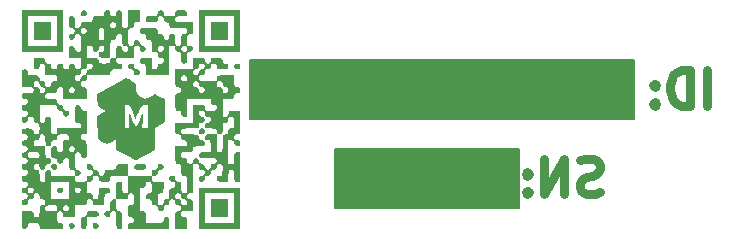
<source format=gbr>
G04 #@! TF.GenerationSoftware,KiCad,Pcbnew,6.0.7+dfsg-1~bpo11+1*
G04 #@! TF.ProjectId,wiscale,77697363-616c-4652-9e6b-696361645f70,1.0a*
G04 #@! TF.SameCoordinates,Original*
G04 #@! TF.FileFunction,Legend,Bot*
G04 #@! TF.FilePolarity,Positive*
%FSLAX46Y46*%
G04 Gerber Fmt 4.6, Leading zero omitted, Abs format (unit mm)*
%MOMM*%
%LPD*%
G01*
G04 APERTURE LIST*
%ADD10C,0.150000*%
%ADD11C,0.750000*%
%ADD12C,0.650000*%
%ADD13O,2.100000X1.000000*%
%ADD14O,1.600000X1.000000*%
%ADD15C,3.200000*%
%ADD16O,3.440000X6.880000*%
%ADD17C,1.500000*%
%ADD18C,2.000000*%
%ADD19R,2.000000X2.000000*%
%ADD20O,4.500000X1.600000*%
%ADD21O,5.000000X2.000000*%
%ADD22C,0.900000*%
%ADD23R,1.700000X1.700000*%
%ADD24O,1.700000X1.700000*%
%ADD25C,0.800000*%
%ADD26C,7.000000*%
%ADD27R,1.050000X1.500000*%
%ADD28O,1.050000X1.500000*%
G04 APERTURE END LIST*
D10*
X165312500Y-80000000D02*
X149687500Y-80000000D01*
X149687500Y-80000000D02*
X149687500Y-85000000D01*
X149687500Y-85000000D02*
X165312500Y-85000000D01*
X165312500Y-85000000D02*
X165312500Y-80000000D01*
G36*
X165312500Y-80000000D02*
G01*
X149687500Y-80000000D01*
X149687500Y-85000000D01*
X165312500Y-85000000D01*
X165312500Y-80000000D01*
G37*
X175000000Y-72500000D02*
X142500000Y-72500000D01*
X142500000Y-72500000D02*
X142500000Y-77500000D01*
X142500000Y-77500000D02*
X175000000Y-77500000D01*
X175000000Y-77500000D02*
X175000000Y-72500000D01*
G36*
X175000000Y-72500000D02*
G01*
X142500000Y-72500000D01*
X142500000Y-77500000D01*
X175000000Y-77500000D01*
X175000000Y-72500000D01*
G37*
D11*
X172142857Y-83714285D02*
X171714285Y-83857142D01*
X171000000Y-83857142D01*
X170714285Y-83714285D01*
X170571428Y-83571428D01*
X170428571Y-83285714D01*
X170428571Y-83000000D01*
X170571428Y-82714285D01*
X170714285Y-82571428D01*
X171000000Y-82428571D01*
X171571428Y-82285714D01*
X171857142Y-82142857D01*
X172000000Y-82000000D01*
X172142857Y-81714285D01*
X172142857Y-81428571D01*
X172000000Y-81142857D01*
X171857142Y-81000000D01*
X171571428Y-80857142D01*
X170857142Y-80857142D01*
X170428571Y-81000000D01*
X169142857Y-83857142D02*
X169142857Y-80857142D01*
X167428571Y-83857142D01*
X167428571Y-80857142D01*
X166000000Y-83571428D02*
X165857142Y-83714285D01*
X166000000Y-83857142D01*
X166142857Y-83714285D01*
X166000000Y-83571428D01*
X166000000Y-83857142D01*
X166000000Y-82000000D02*
X165857142Y-82142857D01*
X166000000Y-82285714D01*
X166142857Y-82142857D01*
X166000000Y-82000000D01*
X166000000Y-82285714D01*
X181214285Y-76357142D02*
X181214285Y-73357142D01*
X179785714Y-76357142D02*
X179785714Y-73357142D01*
X179071428Y-73357142D01*
X178642857Y-73500000D01*
X178357142Y-73785714D01*
X178214285Y-74071428D01*
X178071428Y-74642857D01*
X178071428Y-75071428D01*
X178214285Y-75642857D01*
X178357142Y-75928571D01*
X178642857Y-76214285D01*
X179071428Y-76357142D01*
X179785714Y-76357142D01*
X176785714Y-76071428D02*
X176642857Y-76214285D01*
X176785714Y-76357142D01*
X176928571Y-76214285D01*
X176785714Y-76071428D01*
X176785714Y-76357142D01*
X176785714Y-74500000D02*
X176642857Y-74642857D01*
X176785714Y-74785714D01*
X176928571Y-74642857D01*
X176785714Y-74500000D01*
X176785714Y-74785714D01*
G36*
X138200000Y-71800000D02*
G01*
X138200000Y-71300000D01*
X138700000Y-71300000D01*
X141200000Y-71300000D01*
X141200000Y-68800000D01*
X138700000Y-68800000D01*
X138700000Y-71300000D01*
X138200000Y-71300000D01*
X138200000Y-68300000D01*
X141700000Y-68300000D01*
X141700000Y-71800000D01*
X138200000Y-71800000D01*
G37*
G36*
X138496072Y-78301055D02*
G01*
X138658698Y-78359698D01*
X138700000Y-78550000D01*
X138698945Y-78596071D01*
X138640302Y-78758697D01*
X138450000Y-78800000D01*
X138403929Y-78798944D01*
X138241303Y-78740301D01*
X138200000Y-78550000D01*
X138201056Y-78503928D01*
X138259699Y-78341302D01*
X138450000Y-78300000D01*
X138496072Y-78301055D01*
G37*
G36*
X127496072Y-86301055D02*
G01*
X127658698Y-86359698D01*
X127700000Y-86550000D01*
X127698945Y-86596071D01*
X127640302Y-86758697D01*
X127450000Y-86800000D01*
X127403929Y-86798944D01*
X127241303Y-86740301D01*
X127200000Y-86550000D01*
X127201056Y-86503928D01*
X127259699Y-86341302D01*
X127450000Y-86300000D01*
X127496072Y-86301055D01*
G37*
G36*
X138237026Y-74229831D02*
G01*
X138344904Y-74278175D01*
X138568519Y-74296884D01*
X138950000Y-74300000D01*
X139213426Y-74299080D01*
X139489494Y-74287658D01*
X139634528Y-74251698D01*
X139690654Y-74177160D01*
X139700000Y-74050000D01*
X139702758Y-73962191D01*
X139737026Y-73870168D01*
X139844904Y-73821824D01*
X140068519Y-73803115D01*
X140450000Y-73800000D01*
X141200000Y-73800000D01*
X141200000Y-74300000D01*
X141202369Y-74500661D01*
X141227608Y-74701058D01*
X141301628Y-74783788D01*
X141450000Y-74800000D01*
X141496072Y-74801055D01*
X141658698Y-74859698D01*
X141700000Y-75050000D01*
X141698945Y-75096071D01*
X141640302Y-75258697D01*
X141450000Y-75300000D01*
X141403929Y-75301055D01*
X141241303Y-75359698D01*
X141200000Y-75550000D01*
X141195264Y-75650330D01*
X141144785Y-75750529D01*
X140996745Y-75791894D01*
X140700000Y-75800000D01*
X140200000Y-75800000D01*
X140200000Y-76550000D01*
X140200920Y-76813425D01*
X140212342Y-77089493D01*
X140248302Y-77234527D01*
X140322840Y-77290653D01*
X140450000Y-77300000D01*
X140496072Y-77298944D01*
X140658698Y-77240301D01*
X140700000Y-77050000D01*
X140704737Y-76949669D01*
X140755216Y-76849470D01*
X140903256Y-76808105D01*
X141200000Y-76800000D01*
X141700000Y-76800000D01*
X141700000Y-78800000D01*
X141450000Y-78800000D01*
X141403929Y-78801055D01*
X141241303Y-78859698D01*
X141200000Y-79050000D01*
X141201056Y-79096071D01*
X141259699Y-79258697D01*
X141450000Y-79300000D01*
X141496072Y-79301055D01*
X141658698Y-79359698D01*
X141700000Y-79550000D01*
X141698945Y-79596071D01*
X141640302Y-79758697D01*
X141450000Y-79800000D01*
X141403929Y-79798944D01*
X141241303Y-79740301D01*
X141200000Y-79550000D01*
X141198945Y-79503928D01*
X141140302Y-79341302D01*
X140950000Y-79300000D01*
X140700000Y-79300000D01*
X140700000Y-81300000D01*
X140950000Y-81300000D01*
X141050331Y-81295263D01*
X141150530Y-81244784D01*
X141191895Y-81096744D01*
X141200000Y-80800000D01*
X141202369Y-80599338D01*
X141227608Y-80398941D01*
X141301628Y-80316211D01*
X141450000Y-80300000D01*
X141700000Y-80300000D01*
X141700000Y-82800000D01*
X141450000Y-82800000D01*
X141349670Y-82795263D01*
X141249471Y-82744784D01*
X141208106Y-82596744D01*
X141200000Y-82300000D01*
X141197632Y-82099338D01*
X141172393Y-81898941D01*
X141098373Y-81816211D01*
X140950000Y-81800000D01*
X140849670Y-81804736D01*
X140749471Y-81855215D01*
X140708106Y-82003255D01*
X140700000Y-82300000D01*
X140700000Y-82800000D01*
X140200000Y-82800000D01*
X139999339Y-82797631D01*
X139798942Y-82772392D01*
X139716212Y-82698372D01*
X139700000Y-82550000D01*
X139701056Y-82503928D01*
X139759699Y-82341302D01*
X139950000Y-82300000D01*
X140050331Y-82295263D01*
X140150530Y-82244784D01*
X140191895Y-82096744D01*
X140200000Y-81800000D01*
X140197632Y-81599338D01*
X140172393Y-81398941D01*
X140098373Y-81316211D01*
X139950000Y-81300000D01*
X139903929Y-81301055D01*
X139741303Y-81359698D01*
X139700000Y-81550000D01*
X139698945Y-81596071D01*
X139640302Y-81758697D01*
X139450000Y-81800000D01*
X139403929Y-81801055D01*
X139241303Y-81859698D01*
X139200000Y-82050000D01*
X139198945Y-82096071D01*
X139140302Y-82258697D01*
X138950000Y-82300000D01*
X138903929Y-82301055D01*
X138741303Y-82359698D01*
X138700000Y-82550000D01*
X138698945Y-82596071D01*
X138640302Y-82758697D01*
X138450000Y-82800000D01*
X138403929Y-82798944D01*
X138241303Y-82740301D01*
X138200000Y-82550000D01*
X138201056Y-82503928D01*
X138259699Y-82341302D01*
X138450000Y-82300000D01*
X138496072Y-82298944D01*
X138658698Y-82240301D01*
X138700000Y-82050000D01*
X138698945Y-82003928D01*
X138640302Y-81841302D01*
X138450000Y-81800000D01*
X138403929Y-81798944D01*
X138241303Y-81740301D01*
X138200000Y-81550000D01*
X138198945Y-81503928D01*
X138140302Y-81341302D01*
X137950000Y-81300000D01*
X137700000Y-81300000D01*
X137700000Y-83800000D01*
X137450000Y-83800000D01*
X137403929Y-83801055D01*
X137241303Y-83859698D01*
X137200000Y-84050000D01*
X137201056Y-84096071D01*
X137259699Y-84258697D01*
X137450000Y-84300000D01*
X137550331Y-84304736D01*
X137650530Y-84355215D01*
X137691895Y-84503255D01*
X137693172Y-84550000D01*
X137700000Y-84800000D01*
X137700000Y-85300000D01*
X137200000Y-85300000D01*
X136999339Y-85302368D01*
X136798942Y-85327607D01*
X136716212Y-85401627D01*
X136700000Y-85550000D01*
X136701056Y-85596071D01*
X136759699Y-85758697D01*
X136950000Y-85800000D01*
X137050331Y-85804736D01*
X137150530Y-85855215D01*
X137191895Y-86003255D01*
X137200000Y-86300000D01*
X137200000Y-86800000D01*
X136200000Y-86800000D01*
X136200000Y-86050000D01*
X136200920Y-85786574D01*
X136212342Y-85510506D01*
X136248302Y-85365472D01*
X136322840Y-85309346D01*
X136450000Y-85300000D01*
X136496072Y-85298944D01*
X136658698Y-85240301D01*
X136700000Y-85050000D01*
X136698945Y-85003928D01*
X136640302Y-84841302D01*
X136450000Y-84800000D01*
X136403929Y-84798944D01*
X136241303Y-84740301D01*
X136200000Y-84550000D01*
X136198945Y-84503928D01*
X136140302Y-84341302D01*
X135950000Y-84300000D01*
X135903929Y-84301055D01*
X135741303Y-84359698D01*
X135700000Y-84550000D01*
X135698945Y-84596071D01*
X135640302Y-84758697D01*
X135450000Y-84800000D01*
X135403929Y-84801055D01*
X135241303Y-84859698D01*
X135200000Y-85050000D01*
X135198945Y-85096071D01*
X135140302Y-85258697D01*
X134950000Y-85300000D01*
X134903929Y-85298944D01*
X134741303Y-85240301D01*
X134700000Y-85050000D01*
X134698945Y-85003928D01*
X134640302Y-84841302D01*
X134450000Y-84800000D01*
X134403929Y-84798944D01*
X134241303Y-84740301D01*
X134200000Y-84550000D01*
X134198945Y-84503928D01*
X134140302Y-84341302D01*
X133950000Y-84300000D01*
X133903929Y-84298944D01*
X133741303Y-84240301D01*
X133700000Y-84050000D01*
X133701056Y-84003928D01*
X133759699Y-83841302D01*
X133950000Y-83800000D01*
X134050331Y-83795263D01*
X134150530Y-83744784D01*
X134191895Y-83596744D01*
X134200000Y-83300000D01*
X134197632Y-83099338D01*
X134172393Y-82898941D01*
X134098373Y-82816211D01*
X133950000Y-82800000D01*
X133903929Y-82801055D01*
X133741303Y-82859698D01*
X133700000Y-83050000D01*
X133698945Y-83096071D01*
X133640302Y-83258697D01*
X133450000Y-83300000D01*
X133200000Y-83300000D01*
X133200000Y-85300000D01*
X133450000Y-85300000D01*
X133550331Y-85304736D01*
X133650530Y-85355215D01*
X133691895Y-85503255D01*
X133700000Y-85800000D01*
X133700000Y-86300000D01*
X134450000Y-86300000D01*
X134713426Y-86299080D01*
X134989494Y-86287658D01*
X135134528Y-86251698D01*
X135190654Y-86177160D01*
X135200000Y-86050000D01*
X135201056Y-86003928D01*
X135259699Y-85841302D01*
X135450000Y-85800000D01*
X135550331Y-85804736D01*
X135650530Y-85855215D01*
X135691895Y-86003255D01*
X135700000Y-86300000D01*
X135700000Y-86800000D01*
X132200000Y-86800000D01*
X132200000Y-86550000D01*
X132201056Y-86503928D01*
X132259699Y-86341302D01*
X132450000Y-86300000D01*
X132496072Y-86298944D01*
X132658698Y-86240301D01*
X132700000Y-86050000D01*
X132698945Y-86003928D01*
X132640302Y-85841302D01*
X132450000Y-85800000D01*
X132349670Y-85795263D01*
X132249471Y-85744784D01*
X132208106Y-85596744D01*
X132200000Y-85300000D01*
X132202369Y-85099338D01*
X132227608Y-84898941D01*
X132301628Y-84816211D01*
X132450000Y-84800000D01*
X132550331Y-84795263D01*
X132650530Y-84744784D01*
X132691895Y-84596744D01*
X132700000Y-84300000D01*
X132697632Y-84099338D01*
X132672393Y-83898941D01*
X132598373Y-83816211D01*
X132450000Y-83800000D01*
X132403929Y-83801055D01*
X132241303Y-83859698D01*
X132200000Y-84050000D01*
X132195264Y-84150330D01*
X132144785Y-84250529D01*
X131996745Y-84291894D01*
X131700000Y-84300000D01*
X131200000Y-84300000D01*
X131200000Y-84800000D01*
X131202369Y-85000661D01*
X131227608Y-85201058D01*
X131301628Y-85283788D01*
X131450000Y-85300000D01*
X131537809Y-85302757D01*
X131629832Y-85337025D01*
X131678176Y-85444903D01*
X131696885Y-85668518D01*
X131700000Y-86050000D01*
X131699081Y-86313425D01*
X131687659Y-86589493D01*
X131651699Y-86734527D01*
X131577161Y-86790653D01*
X131450000Y-86800000D01*
X131362192Y-86797242D01*
X131270169Y-86762974D01*
X131221825Y-86655096D01*
X131203116Y-86431481D01*
X131200000Y-86050000D01*
X131199081Y-85786574D01*
X131187659Y-85510506D01*
X131151699Y-85365472D01*
X131077161Y-85309346D01*
X130950000Y-85300000D01*
X130903929Y-85301055D01*
X130741303Y-85359698D01*
X130700000Y-85550000D01*
X130698945Y-85596071D01*
X130640302Y-85758697D01*
X130450000Y-85800000D01*
X130403929Y-85798944D01*
X130241303Y-85740301D01*
X130200000Y-85550000D01*
X130201056Y-85503928D01*
X130259699Y-85341302D01*
X130450000Y-85300000D01*
X130550331Y-85295263D01*
X130650530Y-85244784D01*
X130691895Y-85096744D01*
X130700000Y-84800000D01*
X130702369Y-84599338D01*
X130727608Y-84398941D01*
X130801628Y-84316211D01*
X130950000Y-84300000D01*
X131037809Y-84297242D01*
X131129832Y-84262974D01*
X131178176Y-84155096D01*
X131196885Y-83931481D01*
X131200000Y-83550000D01*
X131200920Y-83286574D01*
X131212342Y-83010506D01*
X131248302Y-82865472D01*
X131322840Y-82809346D01*
X131450000Y-82800000D01*
X131550331Y-82804736D01*
X131650530Y-82855215D01*
X131691895Y-83003255D01*
X131700000Y-83300000D01*
X131702369Y-83500661D01*
X131727608Y-83701058D01*
X131801628Y-83783788D01*
X131950000Y-83800000D01*
X132037809Y-83797242D01*
X132129832Y-83762974D01*
X132178176Y-83655096D01*
X132196885Y-83431481D01*
X132200000Y-83050000D01*
X132200000Y-82300000D01*
X134200000Y-82300000D01*
X134200000Y-82050000D01*
X134201056Y-82003928D01*
X134259699Y-81841302D01*
X134450000Y-81800000D01*
X134496072Y-81798944D01*
X134658698Y-81740301D01*
X134700000Y-81550000D01*
X134701056Y-81503928D01*
X134759699Y-81341302D01*
X134950000Y-81300000D01*
X134996072Y-81301055D01*
X135158698Y-81359698D01*
X135200000Y-81550000D01*
X135198945Y-81596071D01*
X135140302Y-81758697D01*
X134950000Y-81800000D01*
X134903929Y-81801055D01*
X134741303Y-81859698D01*
X134700000Y-82050000D01*
X134698945Y-82096071D01*
X134640302Y-82258697D01*
X134450000Y-82300000D01*
X134403929Y-82301055D01*
X134241303Y-82359698D01*
X134200000Y-82550000D01*
X134204737Y-82650330D01*
X134255216Y-82750529D01*
X134403256Y-82791894D01*
X134700000Y-82800000D01*
X135200000Y-82800000D01*
X135200000Y-83300000D01*
X135197632Y-83500661D01*
X135172393Y-83701058D01*
X135098373Y-83783788D01*
X134950000Y-83800000D01*
X134849670Y-83804736D01*
X134749471Y-83855215D01*
X134708106Y-84003255D01*
X134700000Y-84300000D01*
X134702369Y-84500661D01*
X134727608Y-84701058D01*
X134801628Y-84783788D01*
X134950000Y-84800000D01*
X134996072Y-84798944D01*
X135158698Y-84740301D01*
X135200000Y-84550000D01*
X135201056Y-84503928D01*
X135259699Y-84341302D01*
X135450000Y-84300000D01*
X135550331Y-84295263D01*
X135650530Y-84244784D01*
X135691895Y-84096744D01*
X135693172Y-84050000D01*
X136200000Y-84050000D01*
X136201056Y-84096071D01*
X136259699Y-84258697D01*
X136450000Y-84300000D01*
X136496072Y-84301055D01*
X136658698Y-84359698D01*
X136700000Y-84550000D01*
X136701056Y-84596071D01*
X136759699Y-84758697D01*
X136950000Y-84800000D01*
X136996072Y-84798944D01*
X137158698Y-84740301D01*
X137200000Y-84550000D01*
X137198945Y-84503928D01*
X137140302Y-84341302D01*
X136950000Y-84300000D01*
X136903929Y-84298944D01*
X136741303Y-84240301D01*
X136700000Y-84050000D01*
X136698945Y-84003928D01*
X136640302Y-83841302D01*
X136450000Y-83800000D01*
X136403929Y-83801055D01*
X136241303Y-83859698D01*
X136200000Y-84050000D01*
X135693172Y-84050000D01*
X135700000Y-83800000D01*
X135702369Y-83599338D01*
X135727608Y-83398941D01*
X135801628Y-83316211D01*
X135950000Y-83300000D01*
X135996072Y-83298944D01*
X136158698Y-83240301D01*
X136200000Y-83050000D01*
X136198945Y-83003928D01*
X136140302Y-82841302D01*
X135950000Y-82800000D01*
X135903929Y-82798944D01*
X135741303Y-82740301D01*
X135700000Y-82550000D01*
X135701056Y-82503928D01*
X135759699Y-82341302D01*
X135950000Y-82300000D01*
X135996072Y-82301055D01*
X136158698Y-82359698D01*
X136200000Y-82550000D01*
X136201056Y-82596071D01*
X136259699Y-82758697D01*
X136450000Y-82800000D01*
X136550331Y-82804736D01*
X136650530Y-82855215D01*
X136691895Y-83003255D01*
X136700000Y-83300000D01*
X136702369Y-83500661D01*
X136727608Y-83701058D01*
X136801628Y-83783788D01*
X136950000Y-83800000D01*
X137037809Y-83797242D01*
X137129832Y-83762974D01*
X137178176Y-83655096D01*
X137196885Y-83431481D01*
X137200000Y-83050000D01*
X137199081Y-82786574D01*
X137187659Y-82510506D01*
X137151699Y-82365472D01*
X137077161Y-82309346D01*
X136950000Y-82300000D01*
X136849670Y-82295263D01*
X136749471Y-82244784D01*
X136708106Y-82096744D01*
X136700000Y-81800000D01*
X136697632Y-81599338D01*
X136672393Y-81398941D01*
X136598373Y-81316211D01*
X136450000Y-81300000D01*
X136362192Y-81297242D01*
X136270169Y-81262974D01*
X136221825Y-81155096D01*
X136203116Y-80931481D01*
X136200000Y-80550000D01*
X136700000Y-80550000D01*
X136701056Y-80596071D01*
X136759699Y-80758697D01*
X136950000Y-80800000D01*
X136996072Y-80801055D01*
X137158698Y-80859698D01*
X137200000Y-81050000D01*
X137201056Y-81096071D01*
X137259699Y-81258697D01*
X137450000Y-81300000D01*
X137496072Y-81298944D01*
X137658698Y-81240301D01*
X137700000Y-81050000D01*
X137701056Y-81003928D01*
X137759699Y-80841302D01*
X137950000Y-80800000D01*
X137996072Y-80801055D01*
X138158698Y-80859698D01*
X138200000Y-81050000D01*
X138201056Y-81096071D01*
X138259699Y-81258697D01*
X138450000Y-81300000D01*
X138496072Y-81301055D01*
X138658698Y-81359698D01*
X138700000Y-81550000D01*
X138701056Y-81596071D01*
X138759699Y-81758697D01*
X138950000Y-81800000D01*
X138996072Y-81798944D01*
X139158698Y-81740301D01*
X139200000Y-81550000D01*
X139201056Y-81503928D01*
X139259699Y-81341302D01*
X139450000Y-81300000D01*
X139496072Y-81298944D01*
X139658698Y-81240301D01*
X139700000Y-81050000D01*
X139697243Y-80962191D01*
X139662975Y-80870168D01*
X139555097Y-80821824D01*
X139331482Y-80803115D01*
X138950000Y-80800000D01*
X138686575Y-80799080D01*
X138410507Y-80787658D01*
X138265473Y-80751698D01*
X138209347Y-80677160D01*
X138200000Y-80550000D01*
X138204737Y-80449669D01*
X138255216Y-80349470D01*
X138403256Y-80308105D01*
X138700000Y-80300000D01*
X139200000Y-80300000D01*
X139200000Y-79800000D01*
X139197632Y-79599338D01*
X139172393Y-79398941D01*
X139098373Y-79316211D01*
X138950000Y-79300000D01*
X138903929Y-79298944D01*
X138741303Y-79240301D01*
X138700000Y-79050000D01*
X138704737Y-78949669D01*
X138755216Y-78849470D01*
X138903256Y-78808105D01*
X139200000Y-78800000D01*
X139700000Y-78800000D01*
X139700000Y-79550000D01*
X139700920Y-79813425D01*
X139712342Y-80089493D01*
X139748302Y-80234527D01*
X139822840Y-80290653D01*
X139950000Y-80300000D01*
X140037809Y-80297242D01*
X140129832Y-80262974D01*
X140178176Y-80155096D01*
X140196885Y-79931481D01*
X140200000Y-79550000D01*
X140200920Y-79286574D01*
X140212342Y-79010506D01*
X140248302Y-78865472D01*
X140322840Y-78809346D01*
X140450000Y-78800000D01*
X140496072Y-78798944D01*
X140658698Y-78740301D01*
X140700000Y-78550000D01*
X140701056Y-78503928D01*
X140759699Y-78341302D01*
X140950000Y-78300000D01*
X141050331Y-78295263D01*
X141150530Y-78244784D01*
X141191895Y-78096744D01*
X141200000Y-77800000D01*
X141197632Y-77599338D01*
X141172393Y-77398941D01*
X141098373Y-77316211D01*
X140950000Y-77300000D01*
X140903929Y-77301055D01*
X140741303Y-77359698D01*
X140700000Y-77550000D01*
X140698945Y-77596071D01*
X140640302Y-77758697D01*
X140450000Y-77800000D01*
X140349670Y-77804736D01*
X140249471Y-77855215D01*
X140208106Y-78003255D01*
X140200000Y-78300000D01*
X140197632Y-78500661D01*
X140172393Y-78701058D01*
X140098373Y-78783788D01*
X139950000Y-78800000D01*
X139903929Y-78798944D01*
X139741303Y-78740301D01*
X139700000Y-78550000D01*
X139695264Y-78449669D01*
X139644785Y-78349470D01*
X139496745Y-78308105D01*
X139200000Y-78300000D01*
X138999339Y-78297631D01*
X138798942Y-78272392D01*
X138716212Y-78198372D01*
X138700000Y-78050000D01*
X138701056Y-78003928D01*
X138759699Y-77841302D01*
X138950000Y-77800000D01*
X138996072Y-77798944D01*
X139158698Y-77740301D01*
X139200000Y-77550000D01*
X139198945Y-77503928D01*
X139140302Y-77341302D01*
X138950000Y-77300000D01*
X138903929Y-77298944D01*
X138741303Y-77240301D01*
X138700000Y-77050000D01*
X138698945Y-77003928D01*
X138640302Y-76841302D01*
X138450000Y-76800000D01*
X138403929Y-76801055D01*
X138241303Y-76859698D01*
X138200000Y-77050000D01*
X138201056Y-77096071D01*
X138259699Y-77258697D01*
X138450000Y-77300000D01*
X138496072Y-77301055D01*
X138658698Y-77359698D01*
X138700000Y-77550000D01*
X138698945Y-77596071D01*
X138640302Y-77758697D01*
X138450000Y-77800000D01*
X138403929Y-77801055D01*
X138241303Y-77859698D01*
X138200000Y-78050000D01*
X138197243Y-78137808D01*
X138162975Y-78229831D01*
X138055097Y-78278175D01*
X137831482Y-78296884D01*
X137450000Y-78300000D01*
X137186575Y-78300919D01*
X136910507Y-78312341D01*
X136765473Y-78348301D01*
X136709347Y-78422839D01*
X136700000Y-78550000D01*
X136702758Y-78637808D01*
X136737026Y-78729831D01*
X136844904Y-78778175D01*
X137068519Y-78796884D01*
X137450000Y-78800000D01*
X137713426Y-78800919D01*
X137989494Y-78812341D01*
X138134528Y-78848301D01*
X138190654Y-78922839D01*
X138200000Y-79050000D01*
X138201056Y-79096071D01*
X138259699Y-79258697D01*
X138450000Y-79300000D01*
X138496072Y-79301055D01*
X138658698Y-79359698D01*
X138700000Y-79550000D01*
X138695264Y-79650330D01*
X138644785Y-79750529D01*
X138496745Y-79791894D01*
X138200000Y-79800000D01*
X137999339Y-79802368D01*
X137798942Y-79827607D01*
X137716212Y-79901627D01*
X137700000Y-80050000D01*
X137695264Y-80150330D01*
X137644785Y-80250529D01*
X137496745Y-80291894D01*
X137200000Y-80300000D01*
X136999339Y-80302368D01*
X136798942Y-80327607D01*
X136716212Y-80401627D01*
X136700000Y-80550000D01*
X136200000Y-80550000D01*
X136200000Y-79800000D01*
X136700000Y-79800000D01*
X136900662Y-79797631D01*
X137101059Y-79772392D01*
X137183789Y-79698372D01*
X137200000Y-79550000D01*
X137198945Y-79503928D01*
X137140302Y-79341302D01*
X136950000Y-79300000D01*
X136903929Y-79298944D01*
X136741303Y-79240301D01*
X136700000Y-79050000D01*
X136698945Y-79003928D01*
X136640302Y-78841302D01*
X136450000Y-78800000D01*
X136349670Y-78795263D01*
X136249471Y-78744784D01*
X136208106Y-78596744D01*
X136200000Y-78300000D01*
X136200000Y-77800000D01*
X137700000Y-77800000D01*
X137700000Y-76300000D01*
X138200000Y-76300000D01*
X138400662Y-76302368D01*
X138601059Y-76327607D01*
X138683789Y-76401627D01*
X138700000Y-76550000D01*
X138704737Y-76650330D01*
X138755216Y-76750529D01*
X138903256Y-76791894D01*
X139200000Y-76800000D01*
X139400662Y-76797631D01*
X139601059Y-76772392D01*
X139683789Y-76698372D01*
X139700000Y-76550000D01*
X139698945Y-76503928D01*
X139640302Y-76341302D01*
X139450000Y-76300000D01*
X139403929Y-76298944D01*
X139241303Y-76240301D01*
X139200000Y-76050000D01*
X139200000Y-75800000D01*
X137200000Y-75800000D01*
X137200000Y-76550000D01*
X137199081Y-76813425D01*
X137187659Y-77089493D01*
X137151699Y-77234527D01*
X137077161Y-77290653D01*
X136950000Y-77300000D01*
X136903929Y-77298944D01*
X136741303Y-77240301D01*
X136700000Y-77050000D01*
X136698945Y-77003928D01*
X136640302Y-76841302D01*
X136450000Y-76800000D01*
X136362192Y-76797242D01*
X136270169Y-76762974D01*
X136221825Y-76655096D01*
X136203116Y-76431481D01*
X136200000Y-76050000D01*
X136200920Y-75786574D01*
X136212342Y-75510506D01*
X136248302Y-75365472D01*
X136322840Y-75309346D01*
X136450000Y-75300000D01*
X136496072Y-75298944D01*
X136658698Y-75240301D01*
X136700000Y-75050000D01*
X136698945Y-75003928D01*
X136640302Y-74841302D01*
X136450000Y-74800000D01*
X136362192Y-74797242D01*
X136270169Y-74762974D01*
X136221825Y-74655096D01*
X136213032Y-74550000D01*
X137700000Y-74550000D01*
X137701056Y-74596071D01*
X137759699Y-74758697D01*
X137950000Y-74800000D01*
X137996072Y-74801055D01*
X138158698Y-74859698D01*
X138200000Y-75050000D01*
X138201056Y-75096071D01*
X138259699Y-75258697D01*
X138450000Y-75300000D01*
X138496072Y-75298944D01*
X138658698Y-75240301D01*
X138700000Y-75050000D01*
X138698945Y-75003928D01*
X138640302Y-74841302D01*
X138450000Y-74800000D01*
X138403929Y-74798944D01*
X138241303Y-74740301D01*
X138200000Y-74550000D01*
X139700000Y-74550000D01*
X139701056Y-74596071D01*
X139759699Y-74758697D01*
X139950000Y-74800000D01*
X139996072Y-74801055D01*
X140158698Y-74859698D01*
X140200000Y-75050000D01*
X140201056Y-75096071D01*
X140259699Y-75258697D01*
X140450000Y-75300000D01*
X140496072Y-75298944D01*
X140658698Y-75240301D01*
X140700000Y-75050000D01*
X140698945Y-75003928D01*
X140640302Y-74841302D01*
X140450000Y-74800000D01*
X140403929Y-74798944D01*
X140241303Y-74740301D01*
X140200000Y-74550000D01*
X140198945Y-74503928D01*
X140140302Y-74341302D01*
X139950000Y-74300000D01*
X139903929Y-74301055D01*
X139741303Y-74359698D01*
X139700000Y-74550000D01*
X138200000Y-74550000D01*
X138198945Y-74503928D01*
X138140302Y-74341302D01*
X137950000Y-74300000D01*
X137903929Y-74301055D01*
X137741303Y-74359698D01*
X137700000Y-74550000D01*
X136213032Y-74550000D01*
X136203116Y-74431481D01*
X136200000Y-74050000D01*
X136700000Y-74050000D01*
X136701056Y-74096071D01*
X136759699Y-74258697D01*
X136950000Y-74300000D01*
X136996072Y-74298944D01*
X137158698Y-74240301D01*
X137200000Y-74050000D01*
X137198945Y-74003928D01*
X137140302Y-73841302D01*
X136950000Y-73800000D01*
X136903929Y-73801055D01*
X136741303Y-73859698D01*
X136700000Y-74050000D01*
X136200000Y-74050000D01*
X136200000Y-73550000D01*
X137700000Y-73550000D01*
X137701056Y-73596071D01*
X137759699Y-73758697D01*
X137950000Y-73800000D01*
X137996072Y-73798944D01*
X138158698Y-73740301D01*
X138200000Y-73550000D01*
X138201056Y-73503928D01*
X138259699Y-73341302D01*
X138450000Y-73300000D01*
X138496072Y-73298944D01*
X138658698Y-73240301D01*
X138700000Y-73050000D01*
X138698945Y-73003928D01*
X138640302Y-72841302D01*
X138450000Y-72800000D01*
X138403929Y-72801055D01*
X138241303Y-72859698D01*
X138200000Y-73050000D01*
X138198945Y-73096071D01*
X138140302Y-73258697D01*
X137950000Y-73300000D01*
X137903929Y-73301055D01*
X137741303Y-73359698D01*
X137700000Y-73550000D01*
X136200000Y-73550000D01*
X136200000Y-73300000D01*
X137700000Y-73300000D01*
X137700000Y-72300000D01*
X138200000Y-72300000D01*
X138400662Y-72302368D01*
X138601059Y-72327607D01*
X138683789Y-72401627D01*
X138700000Y-72550000D01*
X138701056Y-72596071D01*
X138759699Y-72758697D01*
X138950000Y-72800000D01*
X138996072Y-72798944D01*
X139158698Y-72740301D01*
X139200000Y-72550000D01*
X139204737Y-72449669D01*
X139255216Y-72349470D01*
X139403256Y-72308105D01*
X139700000Y-72300000D01*
X139900662Y-72302368D01*
X140101059Y-72327607D01*
X140183789Y-72401627D01*
X140200000Y-72550000D01*
X140201056Y-72596071D01*
X140259699Y-72758697D01*
X140450000Y-72800000D01*
X140496072Y-72801055D01*
X140658698Y-72859698D01*
X140700000Y-73050000D01*
X140695264Y-73150330D01*
X140644785Y-73250529D01*
X140496745Y-73291894D01*
X140200000Y-73300000D01*
X139999339Y-73297631D01*
X139798942Y-73272392D01*
X139716212Y-73198372D01*
X139700000Y-73050000D01*
X139698945Y-73003928D01*
X139640302Y-72841302D01*
X139450000Y-72800000D01*
X139403929Y-72801055D01*
X139241303Y-72859698D01*
X139200000Y-73050000D01*
X139198945Y-73096071D01*
X139140302Y-73258697D01*
X138950000Y-73300000D01*
X138903929Y-73301055D01*
X138741303Y-73359698D01*
X138700000Y-73550000D01*
X138698945Y-73596071D01*
X138640302Y-73758697D01*
X138450000Y-73800000D01*
X138403929Y-73801055D01*
X138241303Y-73859698D01*
X138200000Y-74050000D01*
X138202758Y-74137808D01*
X138237026Y-74229831D01*
G37*
G36*
X141496072Y-72801055D02*
G01*
X141658698Y-72859698D01*
X141700000Y-73050000D01*
X141698945Y-73096071D01*
X141640302Y-73258697D01*
X141450000Y-73300000D01*
X141403929Y-73298944D01*
X141241303Y-73240301D01*
X141200000Y-73050000D01*
X141201056Y-73003928D01*
X141259699Y-72841302D01*
X141450000Y-72800000D01*
X141496072Y-72801055D01*
G37*
G36*
X128496072Y-68301055D02*
G01*
X128658698Y-68359698D01*
X128700000Y-68550000D01*
X128698945Y-68596071D01*
X128640302Y-68758697D01*
X128450000Y-68800000D01*
X128403929Y-68798944D01*
X128241303Y-68740301D01*
X128200000Y-68550000D01*
X128201056Y-68503928D01*
X128259699Y-68341302D01*
X128450000Y-68300000D01*
X128496072Y-68301055D01*
G37*
G36*
X140700000Y-70800000D02*
G01*
X139200000Y-70800000D01*
X139200000Y-69300000D01*
X140700000Y-69300000D01*
X140700000Y-70800000D01*
G37*
G36*
X138200000Y-86800000D02*
G01*
X138200000Y-86300000D01*
X138700000Y-86300000D01*
X141200000Y-86300000D01*
X141200000Y-83800000D01*
X138700000Y-83800000D01*
X138700000Y-86300000D01*
X138200000Y-86300000D01*
X138200000Y-83300000D01*
X141700000Y-83300000D01*
X141700000Y-86800000D01*
X138200000Y-86800000D01*
G37*
G36*
X125700000Y-70800000D02*
G01*
X124200000Y-70800000D01*
X124200000Y-69300000D01*
X125700000Y-69300000D01*
X125700000Y-70800000D01*
G37*
G36*
X133725000Y-80536186D02*
G01*
X133560506Y-80631643D01*
X133231566Y-80816428D01*
X132986962Y-80945414D01*
X132870341Y-80995161D01*
X132831809Y-80984395D01*
X132646381Y-80897619D01*
X132353178Y-80742443D01*
X131995341Y-80541247D01*
X131200000Y-80082495D01*
X131200000Y-79194028D01*
X130806599Y-79420440D01*
X130413198Y-79646853D01*
X130031599Y-79429026D01*
X129650000Y-79211198D01*
X129595512Y-77293357D01*
X131900000Y-77293357D01*
X131900058Y-77398745D01*
X131903902Y-77819753D01*
X131919170Y-78084173D01*
X131953364Y-78228216D01*
X132013985Y-78288088D01*
X132108533Y-78300000D01*
X132121125Y-78299925D01*
X132227299Y-78280314D01*
X132281753Y-78195164D01*
X132296495Y-77999861D01*
X132283533Y-77649790D01*
X132274424Y-77328841D01*
X132282570Y-77090708D01*
X132306738Y-76999790D01*
X132349333Y-77056263D01*
X132435966Y-77258123D01*
X132538735Y-77555984D01*
X132611825Y-77762582D01*
X132754638Y-78017243D01*
X132897834Y-78072005D01*
X133042925Y-77926927D01*
X133191427Y-77582071D01*
X133294116Y-77299914D01*
X133397174Y-77088463D01*
X133458009Y-77072294D01*
X133475422Y-77251206D01*
X133448214Y-77625000D01*
X133376701Y-78300000D01*
X133900000Y-78300000D01*
X133900000Y-76300000D01*
X133612193Y-76300000D01*
X133459106Y-76315071D01*
X133338715Y-76392009D01*
X133230775Y-76573773D01*
X133098783Y-76903256D01*
X132983026Y-77194995D01*
X132886642Y-77403447D01*
X132835947Y-77469279D01*
X132803123Y-77402985D01*
X132721025Y-77190955D01*
X132615451Y-76891023D01*
X132570548Y-76762660D01*
X132454583Y-76499781D01*
X132332303Y-76367658D01*
X132166094Y-76318357D01*
X131900000Y-76286715D01*
X131900000Y-77293357D01*
X129595512Y-77293357D01*
X129593096Y-77208320D01*
X129959520Y-77020333D01*
X130325945Y-76832346D01*
X129962973Y-76608017D01*
X129807689Y-76506683D01*
X129668000Y-76367502D01*
X129611920Y-76179349D01*
X129602822Y-75866844D01*
X129605643Y-75350000D01*
X130815340Y-74667745D01*
X132025038Y-73985490D01*
X132462519Y-74217573D01*
X132655063Y-74324018D01*
X132822447Y-74458432D01*
X132888439Y-74630456D01*
X132900000Y-74914950D01*
X132901521Y-75049462D01*
X132933903Y-75290269D01*
X133043314Y-75446698D01*
X133275000Y-75601596D01*
X133650000Y-75822948D01*
X134068138Y-75601218D01*
X134486275Y-75379488D01*
X134893138Y-75608158D01*
X135300000Y-75836828D01*
X135300000Y-77787203D01*
X134900000Y-78012015D01*
X134500000Y-78236828D01*
X134500000Y-80082051D01*
X133725000Y-80536186D01*
G37*
G36*
X133400662Y-81302368D02*
G01*
X133601059Y-81327607D01*
X133683789Y-81401627D01*
X133700000Y-81550000D01*
X133695264Y-81650330D01*
X133644785Y-81750529D01*
X133496745Y-81791894D01*
X133200000Y-81800000D01*
X132999339Y-81797631D01*
X132798942Y-81772392D01*
X132716212Y-81698372D01*
X132700000Y-81550000D01*
X132704737Y-81449669D01*
X132755216Y-81349470D01*
X132903256Y-81308105D01*
X133200000Y-81300000D01*
X133400662Y-81302368D01*
G37*
G36*
X132496072Y-72801055D02*
G01*
X132658698Y-72859698D01*
X132700000Y-73050000D01*
X132701056Y-73096071D01*
X132759699Y-73258697D01*
X132950000Y-73300000D01*
X132996072Y-73301055D01*
X133158698Y-73359698D01*
X133200000Y-73550000D01*
X133198945Y-73596071D01*
X133140302Y-73758697D01*
X132950000Y-73800000D01*
X132903929Y-73798944D01*
X132741303Y-73740301D01*
X132700000Y-73550000D01*
X132698945Y-73503928D01*
X132640302Y-73341302D01*
X132450000Y-73300000D01*
X132403929Y-73298944D01*
X132241303Y-73240301D01*
X132200000Y-73050000D01*
X132201056Y-73003928D01*
X132259699Y-72841302D01*
X132450000Y-72800000D01*
X132496072Y-72801055D01*
G37*
G36*
X132700000Y-72300000D02*
G01*
X131950000Y-72300000D01*
X131686575Y-72300919D01*
X131410507Y-72312341D01*
X131265473Y-72348301D01*
X131209347Y-72422839D01*
X131200000Y-72550000D01*
X131201056Y-72596071D01*
X131259699Y-72758697D01*
X131450000Y-72800000D01*
X131496072Y-72801055D01*
X131658698Y-72859698D01*
X131700000Y-73050000D01*
X131695264Y-73150330D01*
X131644785Y-73250529D01*
X131496745Y-73291894D01*
X131200000Y-73300000D01*
X130999339Y-73302368D01*
X130798942Y-73327607D01*
X130716212Y-73401627D01*
X130700000Y-73550000D01*
X130700000Y-73800000D01*
X128700000Y-73800000D01*
X128700000Y-74050000D01*
X128698945Y-74096071D01*
X128640302Y-74258697D01*
X128450000Y-74300000D01*
X128403929Y-74301055D01*
X128241303Y-74359698D01*
X128200000Y-74550000D01*
X128201056Y-74596071D01*
X128259699Y-74758697D01*
X128450000Y-74800000D01*
X128550331Y-74804736D01*
X128650530Y-74855215D01*
X128691895Y-75003255D01*
X128693172Y-75050000D01*
X128700000Y-75300000D01*
X128700000Y-75800000D01*
X126700000Y-75800000D01*
X126700000Y-75300000D01*
X126697632Y-75099338D01*
X126691418Y-75050000D01*
X127200000Y-75050000D01*
X127201056Y-75096071D01*
X127259699Y-75258697D01*
X127450000Y-75300000D01*
X127496072Y-75298944D01*
X127658698Y-75240301D01*
X127700000Y-75050000D01*
X127698945Y-75003928D01*
X127640302Y-74841302D01*
X127450000Y-74800000D01*
X127403929Y-74801055D01*
X127241303Y-74859698D01*
X127200000Y-75050000D01*
X126691418Y-75050000D01*
X126672393Y-74898941D01*
X126598373Y-74816211D01*
X126450000Y-74800000D01*
X126403929Y-74801055D01*
X126241303Y-74859698D01*
X126200000Y-75050000D01*
X126195264Y-75150330D01*
X126144785Y-75250529D01*
X125996745Y-75291894D01*
X125700000Y-75300000D01*
X125499339Y-75302368D01*
X125298942Y-75327607D01*
X125216212Y-75401627D01*
X125200000Y-75550000D01*
X125204737Y-75650330D01*
X125255216Y-75750529D01*
X125403256Y-75791894D01*
X125700000Y-75800000D01*
X125900662Y-75802368D01*
X126101059Y-75827607D01*
X126183789Y-75901627D01*
X126200000Y-76050000D01*
X126201056Y-76096071D01*
X126259699Y-76258697D01*
X126450000Y-76300000D01*
X126496072Y-76301055D01*
X126658698Y-76359698D01*
X126700000Y-76550000D01*
X126701056Y-76596071D01*
X126759699Y-76758697D01*
X126950000Y-76800000D01*
X126996072Y-76801055D01*
X127158698Y-76859698D01*
X127200000Y-77050000D01*
X127198945Y-77096071D01*
X127140302Y-77258697D01*
X126950000Y-77300000D01*
X126903929Y-77298944D01*
X126741303Y-77240301D01*
X126700000Y-77050000D01*
X126698945Y-77003928D01*
X126640302Y-76841302D01*
X126450000Y-76800000D01*
X126403929Y-76798944D01*
X126241303Y-76740301D01*
X126200000Y-76550000D01*
X126197243Y-76462191D01*
X126162975Y-76370168D01*
X126055097Y-76321824D01*
X125831482Y-76303115D01*
X125450000Y-76300000D01*
X124700000Y-76300000D01*
X124700000Y-77050000D01*
X124700920Y-77313425D01*
X124712342Y-77589493D01*
X124748302Y-77734527D01*
X124822840Y-77790653D01*
X124950000Y-77800000D01*
X124996072Y-77798944D01*
X125158698Y-77740301D01*
X125200000Y-77550000D01*
X125201056Y-77503928D01*
X125259699Y-77341302D01*
X125450000Y-77300000D01*
X125537809Y-77302757D01*
X125629832Y-77337025D01*
X125678176Y-77444903D01*
X125696885Y-77668518D01*
X125700000Y-78050000D01*
X125700920Y-78313425D01*
X125712342Y-78589493D01*
X125748302Y-78734527D01*
X125822840Y-78790653D01*
X125950000Y-78800000D01*
X125996072Y-78798944D01*
X126158698Y-78740301D01*
X126200000Y-78550000D01*
X126200000Y-78300000D01*
X128200000Y-78300000D01*
X128200000Y-78050000D01*
X128198945Y-78003928D01*
X128140302Y-77841302D01*
X127950000Y-77800000D01*
X127862192Y-77797242D01*
X127770169Y-77762974D01*
X127721825Y-77655096D01*
X127703116Y-77431481D01*
X127700000Y-77050000D01*
X127700920Y-76786574D01*
X127712342Y-76510506D01*
X127748302Y-76365472D01*
X127822840Y-76309346D01*
X127950000Y-76300000D01*
X127996072Y-76301055D01*
X128158698Y-76359698D01*
X128200000Y-76550000D01*
X128201056Y-76596071D01*
X128259699Y-76758697D01*
X128450000Y-76800000D01*
X128700000Y-76800000D01*
X128700000Y-78800000D01*
X128450000Y-78800000D01*
X128403929Y-78801055D01*
X128241303Y-78859698D01*
X128200000Y-79050000D01*
X128201056Y-79096071D01*
X128259699Y-79258697D01*
X128450000Y-79300000D01*
X128537809Y-79302757D01*
X128629832Y-79337025D01*
X128678176Y-79444903D01*
X128696885Y-79668518D01*
X128700000Y-80050000D01*
X128699081Y-80313425D01*
X128687659Y-80589493D01*
X128651699Y-80734527D01*
X128577161Y-80790653D01*
X128450000Y-80800000D01*
X128403929Y-80798944D01*
X128241303Y-80740301D01*
X128200000Y-80550000D01*
X128198945Y-80503928D01*
X128140302Y-80341302D01*
X127950000Y-80300000D01*
X127862192Y-80302757D01*
X127770169Y-80337025D01*
X127721825Y-80444903D01*
X127703116Y-80668518D01*
X127700000Y-81050000D01*
X127700920Y-81313425D01*
X127712342Y-81589493D01*
X127748302Y-81734527D01*
X127822840Y-81790653D01*
X127950000Y-81800000D01*
X127996072Y-81801055D01*
X128158698Y-81859698D01*
X128200000Y-82050000D01*
X128198945Y-82096071D01*
X128140302Y-82258697D01*
X127950000Y-82300000D01*
X127903929Y-82301055D01*
X127741303Y-82359698D01*
X127700000Y-82550000D01*
X127704737Y-82650330D01*
X127755216Y-82750529D01*
X127903256Y-82791894D01*
X128200000Y-82800000D01*
X128400662Y-82797631D01*
X128601059Y-82772392D01*
X128683789Y-82698372D01*
X128700000Y-82550000D01*
X128701056Y-82503928D01*
X128759699Y-82341302D01*
X128950000Y-82300000D01*
X128996072Y-82298944D01*
X129158698Y-82240301D01*
X129200000Y-82050000D01*
X129198945Y-82003928D01*
X129140302Y-81841302D01*
X128950000Y-81800000D01*
X128903929Y-81798944D01*
X128741303Y-81740301D01*
X128700000Y-81550000D01*
X128701056Y-81503928D01*
X128759699Y-81341302D01*
X128950000Y-81300000D01*
X128996072Y-81301055D01*
X129158698Y-81359698D01*
X129200000Y-81550000D01*
X129201056Y-81596071D01*
X129259699Y-81758697D01*
X129450000Y-81800000D01*
X129496072Y-81801055D01*
X129658698Y-81859698D01*
X129700000Y-82050000D01*
X129701056Y-82096071D01*
X129759699Y-82258697D01*
X129950000Y-82300000D01*
X129996072Y-82298944D01*
X130158698Y-82240301D01*
X130200000Y-82050000D01*
X130204737Y-81949669D01*
X130255216Y-81849470D01*
X130403256Y-81808105D01*
X130700000Y-81800000D01*
X130900662Y-81797631D01*
X131101059Y-81772392D01*
X131183789Y-81698372D01*
X131200000Y-81550000D01*
X131204737Y-81449669D01*
X131255216Y-81349470D01*
X131403256Y-81308105D01*
X131700000Y-81300000D01*
X132200000Y-81300000D01*
X132200000Y-82300000D01*
X131450000Y-82300000D01*
X131186575Y-82300919D01*
X130910507Y-82312341D01*
X130765473Y-82348301D01*
X130709347Y-82422839D01*
X130700000Y-82550000D01*
X130695264Y-82650330D01*
X130644785Y-82750529D01*
X130496745Y-82791894D01*
X130200000Y-82800000D01*
X129999339Y-82797631D01*
X129798942Y-82772392D01*
X129716212Y-82698372D01*
X129700000Y-82550000D01*
X129698945Y-82503928D01*
X129640302Y-82341302D01*
X129450000Y-82300000D01*
X129403929Y-82301055D01*
X129241303Y-82359698D01*
X129200000Y-82550000D01*
X129198945Y-82596071D01*
X129140302Y-82758697D01*
X128950000Y-82800000D01*
X128849670Y-82804736D01*
X128749471Y-82855215D01*
X128708106Y-83003255D01*
X128700000Y-83300000D01*
X128702369Y-83500661D01*
X128708583Y-83550000D01*
X128727608Y-83701058D01*
X128801628Y-83783788D01*
X128950000Y-83800000D01*
X128996072Y-83801055D01*
X129158698Y-83859698D01*
X129200000Y-84050000D01*
X129201056Y-84096071D01*
X129259699Y-84258697D01*
X129450000Y-84300000D01*
X129550331Y-84295263D01*
X129650530Y-84244784D01*
X129691895Y-84096744D01*
X129700000Y-83800000D01*
X129700000Y-83300000D01*
X130200000Y-83300000D01*
X130400662Y-83302368D01*
X130601059Y-83327607D01*
X130683789Y-83401627D01*
X130700000Y-83550000D01*
X130698945Y-83596071D01*
X130640302Y-83758697D01*
X130450000Y-83800000D01*
X130349670Y-83804736D01*
X130249471Y-83855215D01*
X130208106Y-84003255D01*
X130200000Y-84300000D01*
X130200000Y-84800000D01*
X129700000Y-84800000D01*
X129499339Y-84797631D01*
X129298942Y-84772392D01*
X129216212Y-84698372D01*
X129200000Y-84550000D01*
X129198945Y-84503928D01*
X129140302Y-84341302D01*
X128950000Y-84300000D01*
X128903929Y-84301055D01*
X128741303Y-84359698D01*
X128700000Y-84550000D01*
X128695264Y-84650330D01*
X128644785Y-84750529D01*
X128496745Y-84791894D01*
X128200000Y-84800000D01*
X127700000Y-84800000D01*
X127700000Y-85800000D01*
X127200000Y-85800000D01*
X126999339Y-85797631D01*
X126798942Y-85772392D01*
X126716212Y-85698372D01*
X126700000Y-85550000D01*
X126698945Y-85503928D01*
X126640302Y-85341302D01*
X126450000Y-85300000D01*
X126349670Y-85304736D01*
X126249471Y-85355215D01*
X126208106Y-85503255D01*
X126200000Y-85800000D01*
X126202369Y-86000661D01*
X126227608Y-86201058D01*
X126301628Y-86283788D01*
X126450000Y-86300000D01*
X126496072Y-86301055D01*
X126658698Y-86359698D01*
X126700000Y-86550000D01*
X126700000Y-86800000D01*
X124700000Y-86800000D01*
X124700000Y-86550000D01*
X124695264Y-86449669D01*
X124644785Y-86349470D01*
X124496745Y-86308105D01*
X124200000Y-86300000D01*
X123999339Y-86302368D01*
X123798942Y-86327607D01*
X123716212Y-86401627D01*
X123700000Y-86550000D01*
X123698945Y-86596071D01*
X123640302Y-86758697D01*
X123450000Y-86800000D01*
X123362192Y-86797242D01*
X123270169Y-86762974D01*
X123221825Y-86655096D01*
X123203116Y-86431481D01*
X123200000Y-86050000D01*
X123200000Y-85300000D01*
X123700000Y-85300000D01*
X123900662Y-85302368D01*
X124101059Y-85327607D01*
X124183789Y-85401627D01*
X124200000Y-85550000D01*
X124201056Y-85596071D01*
X124259699Y-85758697D01*
X124450000Y-85800000D01*
X124550331Y-85795263D01*
X124650530Y-85744784D01*
X124691895Y-85596744D01*
X124700000Y-85300000D01*
X124702369Y-85099338D01*
X124708583Y-85050000D01*
X125200000Y-85050000D01*
X125204737Y-85150330D01*
X125255216Y-85250529D01*
X125403256Y-85291894D01*
X125700000Y-85300000D01*
X125900662Y-85297631D01*
X126101059Y-85272392D01*
X126183789Y-85198372D01*
X126200000Y-85050000D01*
X126700000Y-85050000D01*
X126701056Y-85096071D01*
X126759699Y-85258697D01*
X126950000Y-85300000D01*
X126996072Y-85298944D01*
X127158698Y-85240301D01*
X127200000Y-85050000D01*
X127198945Y-85003928D01*
X127140302Y-84841302D01*
X126950000Y-84800000D01*
X126903929Y-84801055D01*
X126741303Y-84859698D01*
X126700000Y-85050000D01*
X126200000Y-85050000D01*
X126195264Y-84949669D01*
X126144785Y-84849470D01*
X125996745Y-84808105D01*
X125700000Y-84800000D01*
X125499339Y-84802368D01*
X125298942Y-84827607D01*
X125216212Y-84901627D01*
X125200000Y-85050000D01*
X124708583Y-85050000D01*
X124727608Y-84898941D01*
X124801628Y-84816211D01*
X124950000Y-84800000D01*
X124996072Y-84798944D01*
X125158698Y-84740301D01*
X125200000Y-84550000D01*
X125198945Y-84503928D01*
X125140302Y-84341302D01*
X124950000Y-84300000D01*
X125700000Y-84300000D01*
X127200000Y-84300000D01*
X127200000Y-83550000D01*
X127700000Y-83550000D01*
X127701056Y-83596071D01*
X127759699Y-83758697D01*
X127950000Y-83800000D01*
X127996072Y-83798944D01*
X128158698Y-83740301D01*
X128200000Y-83550000D01*
X128198945Y-83503928D01*
X128140302Y-83341302D01*
X127950000Y-83300000D01*
X127903929Y-83301055D01*
X127741303Y-83359698D01*
X127700000Y-83550000D01*
X127200000Y-83550000D01*
X127200000Y-82800000D01*
X125700000Y-82800000D01*
X125700000Y-84300000D01*
X124950000Y-84300000D01*
X124903929Y-84298944D01*
X124741303Y-84240301D01*
X124700000Y-84050000D01*
X124698945Y-84003928D01*
X124640302Y-83841302D01*
X124450000Y-83800000D01*
X124403929Y-83801055D01*
X124241303Y-83859698D01*
X124200000Y-84050000D01*
X124198945Y-84096071D01*
X124140302Y-84258697D01*
X123950000Y-84300000D01*
X123903929Y-84301055D01*
X123741303Y-84359698D01*
X123700000Y-84550000D01*
X123698945Y-84596071D01*
X123640302Y-84758697D01*
X123450000Y-84800000D01*
X123403929Y-84798944D01*
X123241303Y-84740301D01*
X123200000Y-84550000D01*
X123201056Y-84503928D01*
X123259699Y-84341302D01*
X123450000Y-84300000D01*
X123496072Y-84298944D01*
X123658698Y-84240301D01*
X123700000Y-84050000D01*
X123698945Y-84003928D01*
X123640302Y-83841302D01*
X123450000Y-83800000D01*
X123403929Y-83798944D01*
X123241303Y-83740301D01*
X123200000Y-83550000D01*
X123700000Y-83550000D01*
X123701056Y-83596071D01*
X123759699Y-83758697D01*
X123950000Y-83800000D01*
X123996072Y-83798944D01*
X124158698Y-83740301D01*
X124200000Y-83550000D01*
X124198945Y-83503928D01*
X124140302Y-83341302D01*
X123950000Y-83300000D01*
X123903929Y-83301055D01*
X123741303Y-83359698D01*
X123700000Y-83550000D01*
X123200000Y-83550000D01*
X123201056Y-83503928D01*
X123259699Y-83341302D01*
X123450000Y-83300000D01*
X123496072Y-83298944D01*
X123658698Y-83240301D01*
X123700000Y-83050000D01*
X123698945Y-83003928D01*
X123640302Y-82841302D01*
X123450000Y-82800000D01*
X123403929Y-82798944D01*
X123241303Y-82740301D01*
X123200000Y-82550000D01*
X123201056Y-82503928D01*
X123259699Y-82341302D01*
X123450000Y-82300000D01*
X123496072Y-82298944D01*
X123658698Y-82240301D01*
X123700000Y-82050000D01*
X123698945Y-82003928D01*
X123640302Y-81841302D01*
X123450000Y-81800000D01*
X123403929Y-81798944D01*
X123241303Y-81740301D01*
X123200000Y-81550000D01*
X124200000Y-81550000D01*
X124201056Y-81596071D01*
X124259699Y-81758697D01*
X124450000Y-81800000D01*
X124550331Y-81804736D01*
X124650530Y-81855215D01*
X124691895Y-82003255D01*
X124700000Y-82300000D01*
X124702369Y-82500661D01*
X124727608Y-82701058D01*
X124801628Y-82783788D01*
X124950000Y-82800000D01*
X125050331Y-82795263D01*
X125150530Y-82744784D01*
X125191895Y-82596744D01*
X125200000Y-82300000D01*
X125202369Y-82099338D01*
X125227608Y-81898941D01*
X125301628Y-81816211D01*
X125450000Y-81800000D01*
X125496072Y-81801055D01*
X125658698Y-81859698D01*
X125700000Y-82050000D01*
X125700000Y-82300000D01*
X127700000Y-82300000D01*
X127700000Y-82050000D01*
X127698945Y-82003928D01*
X127640302Y-81841302D01*
X127450000Y-81800000D01*
X127349670Y-81795263D01*
X127249471Y-81744784D01*
X127208106Y-81596744D01*
X127200000Y-81300000D01*
X127197632Y-81099338D01*
X127172393Y-80898941D01*
X127098373Y-80816211D01*
X126950000Y-80800000D01*
X126903929Y-80801055D01*
X126741303Y-80859698D01*
X126700000Y-81050000D01*
X126698945Y-81096071D01*
X126640302Y-81258697D01*
X126450000Y-81300000D01*
X126403929Y-81298944D01*
X126241303Y-81240301D01*
X126200000Y-81050000D01*
X126198945Y-81003928D01*
X126140302Y-80841302D01*
X125950000Y-80800000D01*
X125849670Y-80795263D01*
X125749471Y-80744784D01*
X125708106Y-80596744D01*
X125700000Y-80300000D01*
X125702369Y-80099338D01*
X125727608Y-79898941D01*
X125801628Y-79816211D01*
X125950000Y-79800000D01*
X125996072Y-79801055D01*
X126158698Y-79859698D01*
X126200000Y-80050000D01*
X126201056Y-80096071D01*
X126259699Y-80258697D01*
X126450000Y-80300000D01*
X126550331Y-80295263D01*
X126650530Y-80244784D01*
X126691895Y-80096744D01*
X126693172Y-80050000D01*
X127200000Y-80050000D01*
X127201056Y-80096071D01*
X127259699Y-80258697D01*
X127450000Y-80300000D01*
X127496072Y-80298944D01*
X127658698Y-80240301D01*
X127700000Y-80050000D01*
X127698945Y-80003928D01*
X127640302Y-79841302D01*
X127450000Y-79800000D01*
X127403929Y-79801055D01*
X127241303Y-79859698D01*
X127200000Y-80050000D01*
X126693172Y-80050000D01*
X126700000Y-79800000D01*
X126702369Y-79599338D01*
X126727608Y-79398941D01*
X126801628Y-79316211D01*
X126950000Y-79300000D01*
X126996072Y-79298944D01*
X127158698Y-79240301D01*
X127200000Y-79050000D01*
X127195264Y-78949669D01*
X127144785Y-78849470D01*
X126996745Y-78808105D01*
X126700000Y-78800000D01*
X126499339Y-78802368D01*
X126298942Y-78827607D01*
X126216212Y-78901627D01*
X126200000Y-79050000D01*
X126198945Y-79096071D01*
X126140302Y-79258697D01*
X125950000Y-79300000D01*
X125903929Y-79301055D01*
X125741303Y-79359698D01*
X125700000Y-79550000D01*
X125698945Y-79596071D01*
X125640302Y-79758697D01*
X125450000Y-79800000D01*
X125349670Y-79795263D01*
X125249471Y-79744784D01*
X125208106Y-79596744D01*
X125200000Y-79300000D01*
X125197632Y-79099338D01*
X125172393Y-78898941D01*
X125098373Y-78816211D01*
X124950000Y-78800000D01*
X124903929Y-78801055D01*
X124741303Y-78859698D01*
X124700000Y-79050000D01*
X124698945Y-79096071D01*
X124640302Y-79258697D01*
X124450000Y-79300000D01*
X124403929Y-79301055D01*
X124241303Y-79359698D01*
X124200000Y-79550000D01*
X124204737Y-79650330D01*
X124255216Y-79750529D01*
X124403256Y-79791894D01*
X124700000Y-79800000D01*
X125200000Y-79800000D01*
X125200000Y-80300000D01*
X125202369Y-80500661D01*
X125208583Y-80550000D01*
X125227608Y-80701058D01*
X125301628Y-80783788D01*
X125450000Y-80800000D01*
X125496072Y-80801055D01*
X125658698Y-80859698D01*
X125700000Y-81050000D01*
X125698945Y-81096071D01*
X125640302Y-81258697D01*
X125450000Y-81300000D01*
X125403929Y-81301055D01*
X125241303Y-81359698D01*
X125200000Y-81550000D01*
X125198945Y-81596071D01*
X125140302Y-81758697D01*
X124950000Y-81800000D01*
X124903929Y-81798944D01*
X124741303Y-81740301D01*
X124700000Y-81550000D01*
X124698945Y-81503928D01*
X124640302Y-81341302D01*
X124450000Y-81300000D01*
X124403929Y-81301055D01*
X124241303Y-81359698D01*
X124200000Y-81550000D01*
X123200000Y-81550000D01*
X123201056Y-81503928D01*
X123259699Y-81341302D01*
X123450000Y-81300000D01*
X123496072Y-81298944D01*
X123658698Y-81240301D01*
X123700000Y-81050000D01*
X123698945Y-81003928D01*
X123640302Y-80841302D01*
X123450000Y-80800000D01*
X123403929Y-80798944D01*
X123241303Y-80740301D01*
X123200000Y-80550000D01*
X123700000Y-80550000D01*
X123704737Y-80650330D01*
X123755216Y-80750529D01*
X123903256Y-80791894D01*
X124200000Y-80800000D01*
X124400662Y-80797631D01*
X124601059Y-80772392D01*
X124683789Y-80698372D01*
X124700000Y-80550000D01*
X124695264Y-80449669D01*
X124644785Y-80349470D01*
X124496745Y-80308105D01*
X124200000Y-80300000D01*
X123999339Y-80302368D01*
X123798942Y-80327607D01*
X123716212Y-80401627D01*
X123700000Y-80550000D01*
X123200000Y-80550000D01*
X123201056Y-80503928D01*
X123259699Y-80341302D01*
X123450000Y-80300000D01*
X123496072Y-80298944D01*
X123658698Y-80240301D01*
X123700000Y-80050000D01*
X123698945Y-80003928D01*
X123640302Y-79841302D01*
X123450000Y-79800000D01*
X123403929Y-79798944D01*
X123241303Y-79740301D01*
X123200000Y-79550000D01*
X123201056Y-79503928D01*
X123259699Y-79341302D01*
X123450000Y-79300000D01*
X123496072Y-79298944D01*
X123658698Y-79240301D01*
X123700000Y-79050000D01*
X123698945Y-79003928D01*
X123640302Y-78841302D01*
X123450000Y-78800000D01*
X123403929Y-78798944D01*
X123241303Y-78740301D01*
X123200000Y-78550000D01*
X123204737Y-78449669D01*
X123255216Y-78349470D01*
X123403256Y-78308105D01*
X123700000Y-78300000D01*
X123900662Y-78302368D01*
X124101059Y-78327607D01*
X124183789Y-78401627D01*
X124200000Y-78550000D01*
X124201056Y-78596071D01*
X124259699Y-78758697D01*
X124450000Y-78800000D01*
X124550331Y-78795263D01*
X124650530Y-78744784D01*
X124691895Y-78596744D01*
X124700000Y-78300000D01*
X124697632Y-78099338D01*
X124672393Y-77898941D01*
X124598373Y-77816211D01*
X124450000Y-77800000D01*
X124403929Y-77798944D01*
X124241303Y-77740301D01*
X124200000Y-77550000D01*
X124198945Y-77503928D01*
X124140302Y-77341302D01*
X123950000Y-77300000D01*
X123903929Y-77301055D01*
X123741303Y-77359698D01*
X123700000Y-77550000D01*
X123698945Y-77596071D01*
X123640302Y-77758697D01*
X123450000Y-77800000D01*
X123403929Y-77798944D01*
X123241303Y-77740301D01*
X123200000Y-77550000D01*
X123201056Y-77503928D01*
X123259699Y-77341302D01*
X123450000Y-77300000D01*
X123496072Y-77298944D01*
X123658698Y-77240301D01*
X123700000Y-77050000D01*
X123698945Y-77003928D01*
X123640302Y-76841302D01*
X123450000Y-76800000D01*
X123403929Y-76798944D01*
X123241303Y-76740301D01*
X123200000Y-76550000D01*
X123201056Y-76503928D01*
X123259699Y-76341302D01*
X123450000Y-76300000D01*
X123496072Y-76298944D01*
X123658698Y-76240301D01*
X123700000Y-76050000D01*
X123698945Y-76003928D01*
X123640302Y-75841302D01*
X123450000Y-75800000D01*
X123403929Y-75798944D01*
X123241303Y-75740301D01*
X123200000Y-75550000D01*
X123204737Y-75449669D01*
X123255216Y-75349470D01*
X123403256Y-75308105D01*
X123700000Y-75300000D01*
X123900662Y-75297631D01*
X124101059Y-75272392D01*
X124183789Y-75198372D01*
X124200000Y-75050000D01*
X124195264Y-74949669D01*
X124144785Y-74849470D01*
X123996745Y-74808105D01*
X123700000Y-74800000D01*
X123200000Y-74800000D01*
X123200000Y-74550000D01*
X124200000Y-74550000D01*
X124201056Y-74596071D01*
X124259699Y-74758697D01*
X124450000Y-74800000D01*
X124496072Y-74801055D01*
X124658698Y-74859698D01*
X124700000Y-75050000D01*
X124701056Y-75096071D01*
X124759699Y-75258697D01*
X124950000Y-75300000D01*
X124996072Y-75298944D01*
X125158698Y-75240301D01*
X125200000Y-75050000D01*
X125198945Y-75003928D01*
X125140302Y-74841302D01*
X124950000Y-74800000D01*
X124903929Y-74798944D01*
X124741303Y-74740301D01*
X124700000Y-74550000D01*
X124698945Y-74503928D01*
X124640302Y-74341302D01*
X124450000Y-74300000D01*
X124403929Y-74301055D01*
X124241303Y-74359698D01*
X124200000Y-74550000D01*
X123200000Y-74550000D01*
X123200000Y-74050000D01*
X123200920Y-73786574D01*
X123212342Y-73510506D01*
X123248302Y-73365472D01*
X123322840Y-73309346D01*
X123450000Y-73300000D01*
X123496072Y-73301055D01*
X123658698Y-73359698D01*
X123700000Y-73550000D01*
X123704737Y-73650330D01*
X123755216Y-73750529D01*
X123903256Y-73791894D01*
X124200000Y-73800000D01*
X124400662Y-73802368D01*
X124601059Y-73827607D01*
X124683789Y-73901627D01*
X124700000Y-74050000D01*
X124701056Y-74096071D01*
X124759699Y-74258697D01*
X124950000Y-74300000D01*
X124996072Y-74301055D01*
X125158698Y-74359698D01*
X125200000Y-74550000D01*
X125201056Y-74596071D01*
X125259699Y-74758697D01*
X125450000Y-74800000D01*
X125496072Y-74798944D01*
X125658698Y-74740301D01*
X125700000Y-74550000D01*
X125701056Y-74503928D01*
X125759699Y-74341302D01*
X125950000Y-74300000D01*
X125996072Y-74298944D01*
X126158698Y-74240301D01*
X126200000Y-74050000D01*
X127700000Y-74050000D01*
X127701056Y-74096071D01*
X127759699Y-74258697D01*
X127950000Y-74300000D01*
X127996072Y-74298944D01*
X128158698Y-74240301D01*
X128200000Y-74050000D01*
X128201056Y-74003928D01*
X128259699Y-73841302D01*
X128450000Y-73800000D01*
X128496072Y-73798944D01*
X128658698Y-73740301D01*
X128700000Y-73550000D01*
X128701056Y-73503928D01*
X128759699Y-73341302D01*
X128950000Y-73300000D01*
X128996072Y-73298944D01*
X129158698Y-73240301D01*
X129200000Y-73050000D01*
X129198945Y-73003928D01*
X129140302Y-72841302D01*
X128950000Y-72800000D01*
X128903929Y-72801055D01*
X128741303Y-72859698D01*
X128700000Y-73050000D01*
X128698945Y-73096071D01*
X128640302Y-73258697D01*
X128450000Y-73300000D01*
X128403929Y-73301055D01*
X128241303Y-73359698D01*
X128200000Y-73550000D01*
X128198945Y-73596071D01*
X128140302Y-73758697D01*
X127950000Y-73800000D01*
X127903929Y-73801055D01*
X127741303Y-73859698D01*
X127700000Y-74050000D01*
X126200000Y-74050000D01*
X126195264Y-73949669D01*
X126144785Y-73849470D01*
X125996745Y-73808105D01*
X125700000Y-73800000D01*
X125200000Y-73800000D01*
X125200000Y-73300000D01*
X125197632Y-73099338D01*
X125172393Y-72898941D01*
X125098373Y-72816211D01*
X124950000Y-72800000D01*
X124903929Y-72801055D01*
X124741303Y-72859698D01*
X124700000Y-73050000D01*
X124698945Y-73096071D01*
X124640302Y-73258697D01*
X124450000Y-73300000D01*
X124349670Y-73295263D01*
X124249471Y-73244784D01*
X124208106Y-73096744D01*
X124200000Y-72800000D01*
X124200000Y-72300000D01*
X124700000Y-72300000D01*
X124900662Y-72302368D01*
X125101059Y-72327607D01*
X125183789Y-72401627D01*
X125200000Y-72550000D01*
X125201056Y-72596071D01*
X125259699Y-72758697D01*
X125450000Y-72800000D01*
X125496072Y-72801055D01*
X125658698Y-72859698D01*
X125700000Y-73050000D01*
X125701056Y-73096071D01*
X125759699Y-73258697D01*
X125950000Y-73300000D01*
X125996072Y-73298944D01*
X126158698Y-73240301D01*
X126200000Y-73050000D01*
X126201056Y-73003928D01*
X126259699Y-72841302D01*
X126450000Y-72800000D01*
X126496072Y-72801055D01*
X126658698Y-72859698D01*
X126700000Y-73050000D01*
X126701056Y-73096071D01*
X126759699Y-73258697D01*
X126950000Y-73300000D01*
X126996072Y-73298944D01*
X127158698Y-73240301D01*
X127200000Y-73050000D01*
X127201056Y-73003928D01*
X127259699Y-72841302D01*
X127450000Y-72800000D01*
X127496072Y-72801055D01*
X127658698Y-72859698D01*
X127700000Y-73050000D01*
X127701056Y-73096071D01*
X127759699Y-73258697D01*
X127950000Y-73300000D01*
X128050331Y-73295263D01*
X128150530Y-73244784D01*
X128191895Y-73096744D01*
X128200000Y-72800000D01*
X128200000Y-72300000D01*
X128700000Y-72300000D01*
X129200000Y-72300000D01*
X129400662Y-72302368D01*
X129601059Y-72327607D01*
X129683789Y-72401627D01*
X129700000Y-72550000D01*
X129704737Y-72650330D01*
X129755216Y-72750529D01*
X129903256Y-72791894D01*
X130200000Y-72800000D01*
X130400662Y-72797631D01*
X130601059Y-72772392D01*
X130683789Y-72698372D01*
X130700000Y-72550000D01*
X130701056Y-72503928D01*
X130759699Y-72341302D01*
X130950000Y-72300000D01*
X131050331Y-72295263D01*
X131150530Y-72244784D01*
X131191895Y-72096744D01*
X131200000Y-71800000D01*
X131202369Y-71599338D01*
X131227608Y-71398941D01*
X131301628Y-71316211D01*
X131450000Y-71300000D01*
X131496072Y-71301055D01*
X131658698Y-71359698D01*
X131700000Y-71550000D01*
X131701056Y-71596071D01*
X131759699Y-71758697D01*
X131950000Y-71800000D01*
X131996072Y-71798944D01*
X132158698Y-71740301D01*
X132200000Y-71550000D01*
X132198945Y-71503928D01*
X132140302Y-71341302D01*
X131950000Y-71300000D01*
X131849670Y-71295263D01*
X131749471Y-71244784D01*
X131708106Y-71096744D01*
X131700000Y-70800000D01*
X131697632Y-70599338D01*
X131672393Y-70398941D01*
X131598373Y-70316211D01*
X131450000Y-70300000D01*
X131403929Y-70301055D01*
X131241303Y-70359698D01*
X131200000Y-70550000D01*
X131198945Y-70596071D01*
X131140302Y-70758697D01*
X130950000Y-70800000D01*
X130862192Y-70802757D01*
X130770169Y-70837025D01*
X130721825Y-70944903D01*
X130703116Y-71168518D01*
X130700000Y-71550000D01*
X130700000Y-72300000D01*
X130200000Y-72300000D01*
X129999339Y-72297631D01*
X129798942Y-72272392D01*
X129716212Y-72198372D01*
X129700000Y-72050000D01*
X129701056Y-72003928D01*
X129759699Y-71841302D01*
X129950000Y-71800000D01*
X129996072Y-71798944D01*
X130158698Y-71740301D01*
X130200000Y-71550000D01*
X130198945Y-71503928D01*
X130140302Y-71341302D01*
X129950000Y-71300000D01*
X129903929Y-71301055D01*
X129741303Y-71359698D01*
X129700000Y-71550000D01*
X129698945Y-71596071D01*
X129640302Y-71758697D01*
X129450000Y-71800000D01*
X129403929Y-71798944D01*
X129241303Y-71740301D01*
X129200000Y-71550000D01*
X129198945Y-71503928D01*
X129140302Y-71341302D01*
X128950000Y-71300000D01*
X128849670Y-71304736D01*
X128749471Y-71355215D01*
X128708106Y-71503255D01*
X128700000Y-71800000D01*
X128700000Y-72300000D01*
X128200000Y-72300000D01*
X127200000Y-72300000D01*
X127200000Y-71800000D01*
X127202369Y-71599338D01*
X127227608Y-71398941D01*
X127301628Y-71316211D01*
X127450000Y-71300000D01*
X127496072Y-71301055D01*
X127658698Y-71359698D01*
X127700000Y-71550000D01*
X127701056Y-71596071D01*
X127759699Y-71758697D01*
X127950000Y-71800000D01*
X128037809Y-71797242D01*
X128129832Y-71762974D01*
X128178176Y-71655096D01*
X128196885Y-71431481D01*
X128200000Y-71050000D01*
X128199081Y-70786574D01*
X128187659Y-70510506D01*
X128151699Y-70365472D01*
X128077161Y-70309346D01*
X127950000Y-70300000D01*
X127903929Y-70301055D01*
X127741303Y-70359698D01*
X127700000Y-70550000D01*
X127698945Y-70596071D01*
X127640302Y-70758697D01*
X127450000Y-70800000D01*
X127403929Y-70798944D01*
X127241303Y-70740301D01*
X127200000Y-70550000D01*
X127201056Y-70503928D01*
X127259699Y-70341302D01*
X127450000Y-70300000D01*
X127496072Y-70298944D01*
X127658698Y-70240301D01*
X127700000Y-70050000D01*
X128200000Y-70050000D01*
X128201056Y-70096071D01*
X128259699Y-70258697D01*
X128450000Y-70300000D01*
X129700000Y-70300000D01*
X129702369Y-70500661D01*
X129727608Y-70701058D01*
X129801628Y-70783788D01*
X129950000Y-70800000D01*
X130050331Y-70795263D01*
X130150530Y-70744784D01*
X130191895Y-70596744D01*
X130200000Y-70300000D01*
X130197632Y-70099338D01*
X130172393Y-69898941D01*
X130098373Y-69816211D01*
X129950000Y-69800000D01*
X129849670Y-69804736D01*
X129749471Y-69855215D01*
X129708106Y-70003255D01*
X129706829Y-70050000D01*
X129700000Y-70300000D01*
X128450000Y-70300000D01*
X128496072Y-70298944D01*
X128658698Y-70240301D01*
X128700000Y-70050000D01*
X128698945Y-70003928D01*
X128640302Y-69841302D01*
X128450000Y-69800000D01*
X128403929Y-69801055D01*
X128241303Y-69859698D01*
X128200000Y-70050000D01*
X127700000Y-70050000D01*
X127698945Y-70003928D01*
X127640302Y-69841302D01*
X127450000Y-69800000D01*
X127349670Y-69795263D01*
X127249471Y-69744784D01*
X127208106Y-69596744D01*
X127200000Y-69300000D01*
X127202369Y-69099338D01*
X127227608Y-68898941D01*
X127301628Y-68816211D01*
X127450000Y-68800000D01*
X127550331Y-68804736D01*
X127650530Y-68855215D01*
X127691895Y-69003255D01*
X127700000Y-69300000D01*
X127702369Y-69500661D01*
X127727608Y-69701058D01*
X127801628Y-69783788D01*
X127950000Y-69800000D01*
X127996072Y-69798944D01*
X128158698Y-69740301D01*
X128200000Y-69550000D01*
X130700000Y-69550000D01*
X130701056Y-69596071D01*
X130759699Y-69758697D01*
X130950000Y-69800000D01*
X130996072Y-69798944D01*
X131158698Y-69740301D01*
X131200000Y-69550000D01*
X131198945Y-69503928D01*
X131140302Y-69341302D01*
X130950000Y-69300000D01*
X130903929Y-69301055D01*
X130741303Y-69359698D01*
X130700000Y-69550000D01*
X128200000Y-69550000D01*
X128204737Y-69449669D01*
X128255216Y-69349470D01*
X128403256Y-69308105D01*
X128700000Y-69300000D01*
X128900662Y-69297631D01*
X129101059Y-69272392D01*
X129183789Y-69198372D01*
X129200000Y-69050000D01*
X129204737Y-68949669D01*
X129255216Y-68849470D01*
X129403256Y-68808105D01*
X129700000Y-68800000D01*
X129900662Y-68797631D01*
X130101059Y-68772392D01*
X130183789Y-68698372D01*
X130200000Y-68550000D01*
X130201056Y-68503928D01*
X130259699Y-68341302D01*
X130450000Y-68300000D01*
X130496072Y-68301055D01*
X130658698Y-68359698D01*
X130700000Y-68550000D01*
X130701056Y-68596071D01*
X130759699Y-68758697D01*
X130950000Y-68800000D01*
X130996072Y-68798944D01*
X131158698Y-68740301D01*
X131200000Y-68550000D01*
X131201056Y-68503928D01*
X131259699Y-68341302D01*
X131450000Y-68300000D01*
X131537809Y-68302757D01*
X131629832Y-68337025D01*
X131678176Y-68444903D01*
X131696885Y-68668518D01*
X131700000Y-69050000D01*
X131700920Y-69313425D01*
X131710708Y-69550000D01*
X131712342Y-69589493D01*
X131748302Y-69734527D01*
X131822840Y-69790653D01*
X131950000Y-69800000D01*
X132037809Y-69797242D01*
X132129832Y-69762974D01*
X132178176Y-69655096D01*
X132196885Y-69431481D01*
X132200000Y-69050000D01*
X132200000Y-68300000D01*
X133200000Y-68300000D01*
X133200000Y-68800000D01*
X133197632Y-69000661D01*
X133172393Y-69201058D01*
X133098373Y-69283788D01*
X132950000Y-69300000D01*
X132903929Y-69301055D01*
X132741303Y-69359698D01*
X132700000Y-69550000D01*
X132698945Y-69596071D01*
X132640302Y-69758697D01*
X132450000Y-69800000D01*
X132362192Y-69802757D01*
X132270169Y-69837025D01*
X132221825Y-69944903D01*
X132203116Y-70168518D01*
X132200000Y-70550000D01*
X132200920Y-70813425D01*
X132212342Y-71089493D01*
X132248302Y-71234527D01*
X132322840Y-71290653D01*
X132450000Y-71300000D01*
X132496072Y-71298944D01*
X132658698Y-71240301D01*
X132700000Y-71050000D01*
X132701056Y-71003928D01*
X132759699Y-70841302D01*
X132950000Y-70800000D01*
X132996072Y-70801055D01*
X133158698Y-70859698D01*
X133200000Y-71050000D01*
X133201056Y-71096071D01*
X133259699Y-71258697D01*
X133450000Y-71300000D01*
X133496072Y-71301055D01*
X133658698Y-71359698D01*
X133700000Y-71550000D01*
X133698945Y-71596071D01*
X133640302Y-71758697D01*
X133450000Y-71800000D01*
X133403929Y-71798944D01*
X133241303Y-71740301D01*
X133200000Y-71550000D01*
X133198945Y-71503928D01*
X133140302Y-71341302D01*
X132950000Y-71300000D01*
X132849670Y-71304736D01*
X132749471Y-71355215D01*
X132708106Y-71503255D01*
X132706829Y-71550000D01*
X132700000Y-71800000D01*
X132700000Y-72300000D01*
G37*
G36*
X129496072Y-86301055D02*
G01*
X129658698Y-86359698D01*
X129700000Y-86550000D01*
X129698945Y-86596071D01*
X129640302Y-86758697D01*
X129450000Y-86800000D01*
X129403929Y-86798944D01*
X129241303Y-86740301D01*
X129200000Y-86550000D01*
X129201056Y-86503928D01*
X129259699Y-86341302D01*
X129450000Y-86300000D01*
X129496072Y-86301055D01*
G37*
G36*
X129400662Y-85302368D02*
G01*
X129601059Y-85327607D01*
X129683789Y-85401627D01*
X129700000Y-85550000D01*
X129695264Y-85650330D01*
X129644785Y-85750529D01*
X129496745Y-85791894D01*
X129200000Y-85800000D01*
X128700000Y-85800000D01*
X128700000Y-86300000D01*
X128697632Y-86500661D01*
X128672393Y-86701058D01*
X128598373Y-86783788D01*
X128450000Y-86800000D01*
X128349670Y-86795263D01*
X128249471Y-86744784D01*
X128208106Y-86596744D01*
X128200000Y-86300000D01*
X128202369Y-86099338D01*
X128227608Y-85898941D01*
X128301628Y-85816211D01*
X128450000Y-85800000D01*
X128496072Y-85798944D01*
X128658698Y-85740301D01*
X128700000Y-85550000D01*
X128704737Y-85449669D01*
X128755216Y-85349470D01*
X128903256Y-85308105D01*
X129200000Y-85300000D01*
X129400662Y-85302368D01*
G37*
G36*
X140700000Y-85800000D02*
G01*
X139200000Y-85800000D01*
X139200000Y-84300000D01*
X140700000Y-84300000D01*
X140700000Y-85800000D01*
G37*
G36*
X123200000Y-71800000D02*
G01*
X123200000Y-71300000D01*
X123700000Y-71300000D01*
X126200000Y-71300000D01*
X126200000Y-68800000D01*
X123700000Y-68800000D01*
X123700000Y-71300000D01*
X123200000Y-71300000D01*
X123200000Y-68300000D01*
X126700000Y-68300000D01*
X126700000Y-71800000D01*
X123200000Y-71800000D01*
G37*
G36*
X126496072Y-83301055D02*
G01*
X126658698Y-83359698D01*
X126700000Y-83550000D01*
X126698945Y-83596071D01*
X126640302Y-83758697D01*
X126450000Y-83800000D01*
X126403929Y-83798944D01*
X126241303Y-83740301D01*
X126200000Y-83550000D01*
X126201056Y-83503928D01*
X126259699Y-83341302D01*
X126450000Y-83300000D01*
X126496072Y-83301055D01*
G37*
G36*
X125996072Y-81301055D02*
G01*
X126158698Y-81359698D01*
X126200000Y-81550000D01*
X126198945Y-81596071D01*
X126140302Y-81758697D01*
X125950000Y-81800000D01*
X125903929Y-81798944D01*
X125741303Y-81740301D01*
X125700000Y-81550000D01*
X125701056Y-81503928D01*
X125759699Y-81341302D01*
X125950000Y-81300000D01*
X125996072Y-81301055D01*
G37*
G36*
X137640302Y-71758697D02*
G01*
X137450000Y-71800000D01*
X137349670Y-71804736D01*
X137249471Y-71855215D01*
X137208106Y-72003255D01*
X137200000Y-72300000D01*
X137197632Y-72500661D01*
X137172393Y-72701058D01*
X137098373Y-72783788D01*
X136950000Y-72800000D01*
X136849670Y-72795263D01*
X136749471Y-72744784D01*
X136708106Y-72596744D01*
X136700000Y-72300000D01*
X136697632Y-72099338D01*
X136672393Y-71898941D01*
X136598373Y-71816211D01*
X136450000Y-71800000D01*
X136403929Y-71798944D01*
X136241303Y-71740301D01*
X136200000Y-71550000D01*
X136700000Y-71550000D01*
X136701056Y-71596071D01*
X136759699Y-71758697D01*
X136950000Y-71800000D01*
X136996072Y-71798944D01*
X137158698Y-71740301D01*
X137200000Y-71550000D01*
X137198945Y-71503928D01*
X137140302Y-71341302D01*
X136950000Y-71300000D01*
X136903929Y-71301055D01*
X136741303Y-71359698D01*
X136700000Y-71550000D01*
X136200000Y-71550000D01*
X136198945Y-71503928D01*
X136140302Y-71341302D01*
X135950000Y-71300000D01*
X135700000Y-71300000D01*
X135700000Y-73800000D01*
X133700000Y-73800000D01*
X133700000Y-73300000D01*
X133697632Y-73099338D01*
X133672393Y-72898941D01*
X133598373Y-72816211D01*
X133450000Y-72800000D01*
X133403929Y-72798944D01*
X133241303Y-72740301D01*
X133200000Y-72550000D01*
X133204737Y-72449669D01*
X133255216Y-72349470D01*
X133403256Y-72308105D01*
X133700000Y-72300000D01*
X134200000Y-72300000D01*
X134200000Y-72800000D01*
X134202369Y-73000661D01*
X134227608Y-73201058D01*
X134301628Y-73283788D01*
X134450000Y-73300000D01*
X134496072Y-73298944D01*
X134658698Y-73240301D01*
X134700000Y-73050000D01*
X134701056Y-73003928D01*
X134759699Y-72841302D01*
X134950000Y-72800000D01*
X134996072Y-72798944D01*
X135158698Y-72740301D01*
X135200000Y-72550000D01*
X135198945Y-72503928D01*
X135140302Y-72341302D01*
X134950000Y-72300000D01*
X134903929Y-72298944D01*
X134741303Y-72240301D01*
X134700000Y-72050000D01*
X134698945Y-72003928D01*
X134640302Y-71841302D01*
X134450000Y-71800000D01*
X134349670Y-71795263D01*
X134249471Y-71744784D01*
X134208106Y-71596744D01*
X134206829Y-71550000D01*
X134700000Y-71550000D01*
X134701056Y-71596071D01*
X134759699Y-71758697D01*
X134950000Y-71800000D01*
X134996072Y-71798944D01*
X135158698Y-71740301D01*
X135200000Y-71550000D01*
X135198945Y-71503928D01*
X135140302Y-71341302D01*
X134950000Y-71300000D01*
X134903929Y-71301055D01*
X134741303Y-71359698D01*
X134700000Y-71550000D01*
X134206829Y-71550000D01*
X134200000Y-71300000D01*
X134197632Y-71099338D01*
X134172393Y-70898941D01*
X134098373Y-70816211D01*
X133950000Y-70800000D01*
X133903929Y-70798944D01*
X133741303Y-70740301D01*
X133700000Y-70550000D01*
X133698945Y-70503928D01*
X133640302Y-70341302D01*
X133450000Y-70300000D01*
X133403929Y-70298944D01*
X133241303Y-70240301D01*
X133200000Y-70050000D01*
X133202758Y-69962191D01*
X133237026Y-69870168D01*
X133344904Y-69821824D01*
X133568519Y-69803115D01*
X133950000Y-69800000D01*
X134213426Y-69800919D01*
X134489494Y-69812341D01*
X134634528Y-69848301D01*
X134690654Y-69922839D01*
X134700000Y-70050000D01*
X134701056Y-70096071D01*
X134759699Y-70258697D01*
X134950000Y-70300000D01*
X134996072Y-70301055D01*
X135158698Y-70359698D01*
X135200000Y-70550000D01*
X135201056Y-70596071D01*
X135259699Y-70758697D01*
X135450000Y-70800000D01*
X135496072Y-70798944D01*
X135658698Y-70740301D01*
X135700000Y-70550000D01*
X135701056Y-70503928D01*
X135759699Y-70341302D01*
X135950000Y-70300000D01*
X136050331Y-70304736D01*
X136150530Y-70355215D01*
X136191895Y-70503255D01*
X136200000Y-70800000D01*
X136202369Y-71000661D01*
X136227608Y-71201058D01*
X136301628Y-71283788D01*
X136450000Y-71300000D01*
X136550331Y-71295263D01*
X136650530Y-71244784D01*
X136691895Y-71096744D01*
X136700000Y-70800000D01*
X136702369Y-70599338D01*
X136727608Y-70398941D01*
X136801628Y-70316211D01*
X136950000Y-70300000D01*
X136996072Y-70298944D01*
X137158698Y-70240301D01*
X137200000Y-70050000D01*
X137197243Y-69962191D01*
X137162975Y-69870168D01*
X137055097Y-69821824D01*
X136831482Y-69803115D01*
X136450000Y-69800000D01*
X136186575Y-69799080D01*
X135910507Y-69787658D01*
X135765473Y-69751698D01*
X135709347Y-69677160D01*
X135700000Y-69550000D01*
X135698945Y-69503928D01*
X135640302Y-69341302D01*
X135450000Y-69300000D01*
X135403929Y-69298944D01*
X135241303Y-69240301D01*
X135200000Y-69050000D01*
X135198945Y-69003928D01*
X135140302Y-68841302D01*
X134950000Y-68800000D01*
X134903929Y-68801055D01*
X134741303Y-68859698D01*
X134700000Y-69050000D01*
X134695264Y-69150330D01*
X134644785Y-69250529D01*
X134496745Y-69291894D01*
X134200000Y-69300000D01*
X133999339Y-69297631D01*
X133798942Y-69272392D01*
X133716212Y-69198372D01*
X133700000Y-69050000D01*
X133704737Y-68949669D01*
X133755216Y-68849470D01*
X133903256Y-68808105D01*
X134200000Y-68800000D01*
X134400662Y-68797631D01*
X134601059Y-68772392D01*
X134683789Y-68698372D01*
X134700000Y-68550000D01*
X134701056Y-68503928D01*
X134759699Y-68341302D01*
X134950000Y-68300000D01*
X134996072Y-68301055D01*
X135158698Y-68359698D01*
X135200000Y-68550000D01*
X135204737Y-68650330D01*
X135255216Y-68750529D01*
X135403256Y-68791894D01*
X135700000Y-68800000D01*
X135900662Y-68797631D01*
X136101059Y-68772392D01*
X136183789Y-68698372D01*
X136200000Y-68550000D01*
X136204737Y-68449669D01*
X136255216Y-68349470D01*
X136403256Y-68308105D01*
X136700000Y-68300000D01*
X136900662Y-68302368D01*
X137101059Y-68327607D01*
X137183789Y-68401627D01*
X137200000Y-68550000D01*
X137195264Y-68650330D01*
X137144785Y-68750529D01*
X136996745Y-68791894D01*
X136700000Y-68800000D01*
X136499339Y-68802368D01*
X136298942Y-68827607D01*
X136216212Y-68901627D01*
X136200000Y-69050000D01*
X136202758Y-69137808D01*
X136237026Y-69229831D01*
X136344904Y-69278175D01*
X136568519Y-69296884D01*
X136950000Y-69300000D01*
X137700000Y-69300000D01*
X137700000Y-69800000D01*
X137697632Y-70000661D01*
X137672393Y-70201058D01*
X137598373Y-70283788D01*
X137450000Y-70300000D01*
X137349670Y-70304736D01*
X137249471Y-70355215D01*
X137208106Y-70503255D01*
X137200000Y-70800000D01*
X137202369Y-71000661D01*
X137227608Y-71201058D01*
X137301628Y-71283788D01*
X137450000Y-71300000D01*
X137496072Y-71301055D01*
X137658698Y-71359698D01*
X137700000Y-71550000D01*
X137698945Y-71596071D01*
X137640302Y-71758697D01*
G37*
%LPC*%
D12*
X194900000Y-90310000D03*
X194900000Y-96090000D03*
D13*
X194370000Y-97520000D03*
D14*
X198550000Y-97520000D03*
D13*
X194370000Y-88880000D03*
D14*
X198550000Y-88880000D03*
D15*
X175610000Y-70000000D03*
X120000000Y-70000000D03*
D16*
X184620000Y-70000000D03*
X111720000Y-70000000D03*
D17*
X184622500Y-106400714D03*
X184622500Y-112400714D03*
D18*
X182022500Y-109900714D03*
X187222500Y-109900714D03*
X187222500Y-113300714D03*
X182022500Y-113300714D03*
X182022500Y-106400714D03*
X187222500Y-106400714D03*
D19*
X174870000Y-96850000D03*
X174870000Y-89650000D03*
X197870000Y-100250000D03*
X197870000Y-86250000D03*
X174870000Y-100250000D03*
X174870000Y-86250000D03*
D20*
X145170000Y-65750000D03*
D21*
X145170000Y-80750000D03*
D22*
X197015000Y-71715000D03*
X197015000Y-68715000D03*
D23*
X162192500Y-86935714D03*
D24*
X159652500Y-86935714D03*
X157112500Y-86935714D03*
X154572500Y-86935714D03*
D25*
X197545000Y-80500000D03*
D26*
X194920000Y-80500000D03*
D25*
X192295000Y-80500000D03*
X194920000Y-77875000D03*
X194920000Y-83125000D03*
X196776155Y-78643845D03*
X196776155Y-82356155D03*
X193063845Y-82356155D03*
X193063845Y-78643845D03*
X197545000Y-110500000D03*
X196776155Y-112356155D03*
X194920000Y-113125000D03*
X192295000Y-110500000D03*
X194920000Y-107875000D03*
X193063845Y-108643845D03*
D26*
X194920000Y-110500000D03*
D25*
X193063845Y-112356155D03*
X196776155Y-108643845D03*
D27*
X174546612Y-104500714D03*
D28*
X173276612Y-104500714D03*
X172006612Y-104500714D03*
D27*
X184892500Y-104440714D03*
D28*
X183622500Y-104440714D03*
X182352500Y-104440714D03*
D25*
X106776155Y-108643845D03*
X107545000Y-110500000D03*
X106776155Y-112356155D03*
D26*
X104920000Y-110500000D03*
D25*
X103063845Y-112356155D03*
X104920000Y-107875000D03*
X102295000Y-110500000D03*
X104920000Y-113125000D03*
X103063845Y-108643845D03*
D17*
X174276612Y-106375714D03*
X174276612Y-112375714D03*
D18*
X171676612Y-109875714D03*
X176876612Y-109875714D03*
X176876612Y-113275714D03*
X171676612Y-113275714D03*
X171676612Y-106375714D03*
X176876612Y-106375714D03*
D25*
X107545000Y-80500000D03*
X103063845Y-82356155D03*
X102295000Y-80500000D03*
X104920000Y-77875000D03*
X103063845Y-78643845D03*
X106776155Y-78643845D03*
D26*
X104920000Y-80500000D03*
D25*
X104920000Y-83125000D03*
X106776155Y-82356155D03*
D23*
X174982500Y-82587500D03*
D24*
X177522500Y-82587500D03*
M02*

</source>
